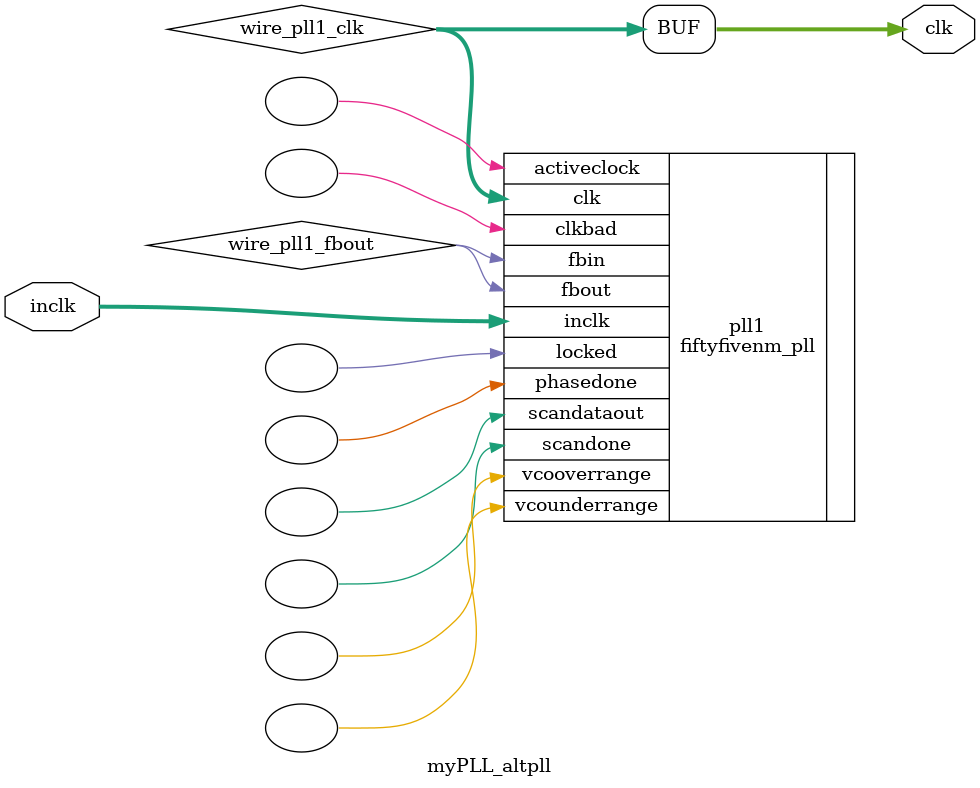
<source format=v>






//synthesis_resources = fiftyfivenm_pll 1 
//synopsys translate_off
`timescale 1 ps / 1 ps
//synopsys translate_on
module  myPLL_altpll
	( 
	clk,
	inclk) /* synthesis synthesis_clearbox=1 */;
	output   [4:0]  clk;
	input   [1:0]  inclk;
`ifndef ALTERA_RESERVED_QIS
// synopsys translate_off
`endif
	tri0   [1:0]  inclk;
`ifndef ALTERA_RESERVED_QIS
// synopsys translate_on
`endif

	wire  [4:0]   wire_pll1_clk;
	wire  wire_pll1_fbout;

	fiftyfivenm_pll   pll1
	( 
	.activeclock(),
	.clk(wire_pll1_clk),
	.clkbad(),
	.fbin(wire_pll1_fbout),
	.fbout(wire_pll1_fbout),
	.inclk(inclk),
	.locked(),
	.phasedone(),
	.scandataout(),
	.scandone(),
	.vcooverrange(),
	.vcounderrange()
	`ifndef FORMAL_VERIFICATION
	// synopsys translate_off
	`endif
	,
	.areset(1'b0),
	.clkswitch(1'b0),
	.configupdate(1'b0),
	.pfdena(1'b1),
	.phasecounterselect({3{1'b0}}),
	.phasestep(1'b0),
	.phaseupdown(1'b0),
	.scanclk(1'b0),
	.scanclkena(1'b1),
	.scandata(1'b0)
	`ifndef FORMAL_VERIFICATION
	// synopsys translate_on
	`endif
	);
	defparam
		pll1.bandwidth_type = "auto",
		pll1.clk0_divide_by = 25000000,
		pll1.clk0_duty_cycle = 50,
		pll1.clk0_multiply_by = 12587483,
		pll1.clk0_phase_shift = "0",
		pll1.compensate_clock = "clk0",
		pll1.inclk0_input_frequency = 20000,
		pll1.operation_mode = "normal",
		pll1.pll_type = "auto",
		pll1.lpm_type = "fiftyfivenm_pll";
	assign
		clk = {wire_pll1_clk[4:0]};
endmodule //myPLL_altpll
//VALID FILE

</source>
